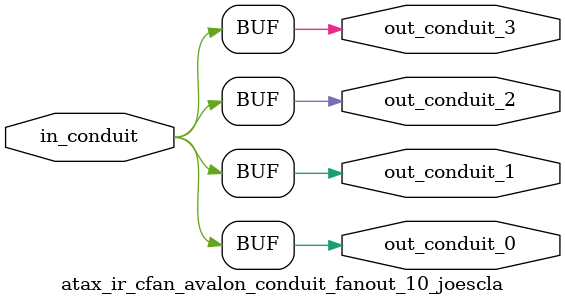
<source format=sv>


 


// --------------------------------------------------------------------------------
//| Avalon Conduit Fan-Out
// --------------------------------------------------------------------------------

// ------------------------------------------
// Generation parameters:
//   output_name:       atax_ir_cfan_avalon_conduit_fanout_10_joescla
//   numFanOut:         4
//   
// ------------------------------------------

module atax_ir_cfan_avalon_conduit_fanout_10_joescla (     

// Interface: out_conduit_0
 output                    out_conduit_0,
// Interface: out_conduit_1
 output                    out_conduit_1,
// Interface: out_conduit_2
 output                    out_conduit_2,
// Interface: out_conduit_3
 output                    out_conduit_3,

// Interface: in_conduit
 input                   in_conduit

);

   assign  out_conduit_0 = in_conduit;
   assign  out_conduit_1 = in_conduit;
   assign  out_conduit_2 = in_conduit;
   assign  out_conduit_3 = in_conduit;

endmodule //


</source>
